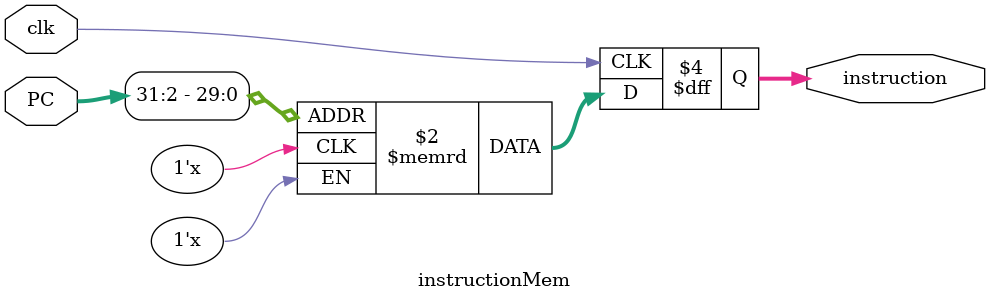
<source format=sv>
module instructionMem(input logic[31:0]PC,
							 input clk,
							 output logic [31:0] instruction);

reg [31:0] ram [0:3];

initial begin
	//$readmemh("C:\\Users\\user\\Downloads\\ist.dat", ram);
end
	
always @ (posedge clk)
	
	begin
	
		instruction = ram [PC[31:2]];
		
	end
	
endmodule

</source>
